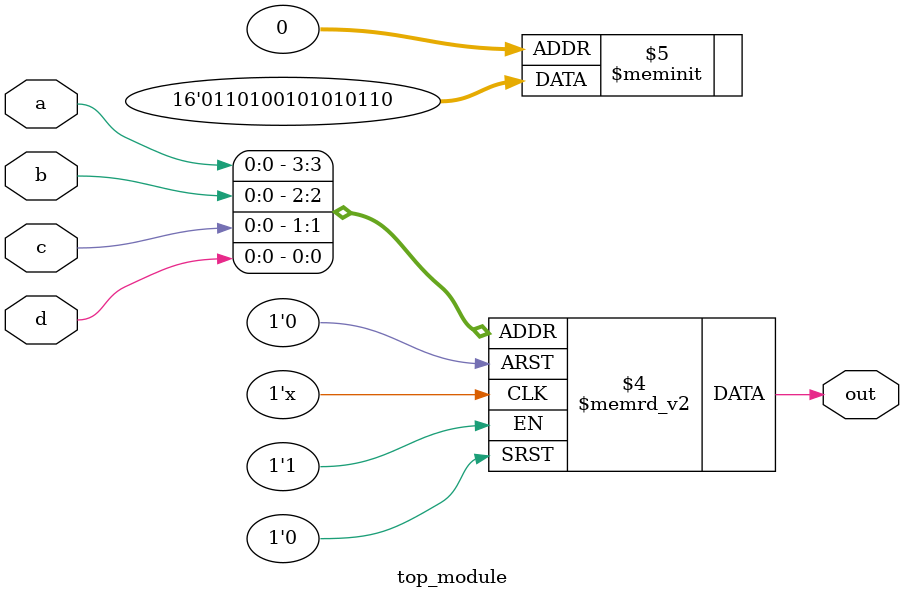
<source format=sv>
module top_module (
    input a,
    input b,
    input c,
    input d,
    output reg out
);
    always @(*) begin
        case ({a, b, c, d})
            4'b0000: out = 0;
            4'b0001: out = 1;
            4'b0010: out = 1;
            4'b0011: out = 0;
            4'b0100: out = 1;
            4'b0101: out = 0;
            4'b0110: out = 1;
            4'b0111: out = 0;
            4'b1000: out = 1;
            4'b1001: out = 0;
            4'b1010: out = 0;
            4'b1011: out = 1;
            4'b1100: out = 0;
            4'b1101: out = 1;
            4'b1110: out = 1;
            4'b1111: out = 0;
            default: out = 0;
        endcase
    end
endmodule

</source>
